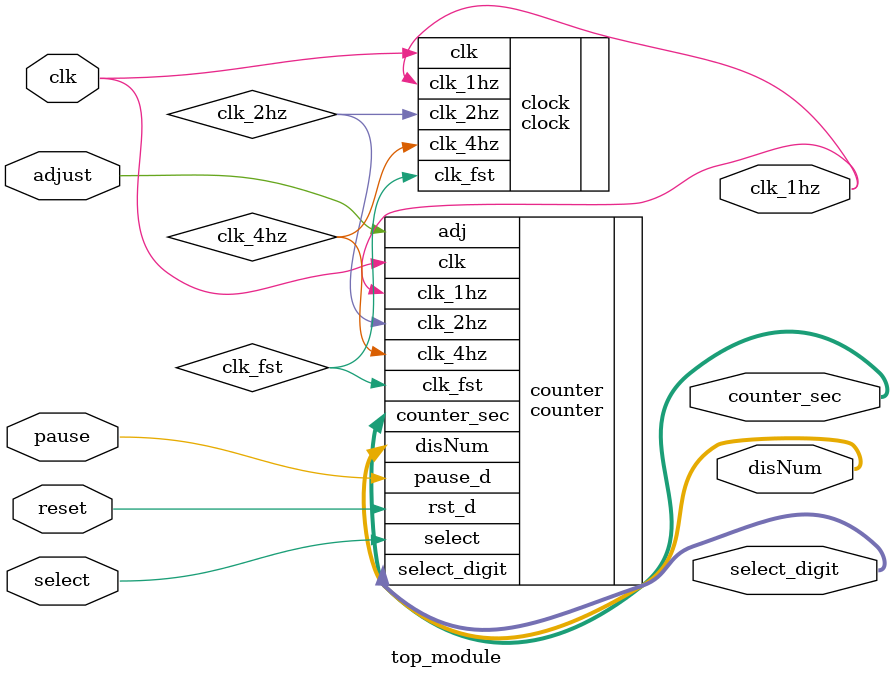
<source format=v>
`timescale 1ns / 1ps
module top_module(
    input pause,
    input reset,
    input select,
    input adjust,
    input clk,
	
	output [6:0] disNum,
	output [3:0] select_digit,
	output [5:0] counter_sec,
	output clk_1hz
    );

//wire clk_1hz;
wire clk_2hz;
wire clk_4hz;
wire clk_fst;


clock clock(
	.clk(clk), 
	.clk_1hz(clk_1hz), 
	.clk_2hz(clk_2hz), 
	.clk_4hz(clk_4hz),
	.clk_fst(clk_fst)
	);
   


counter counter(
	.clk(clk), 
	.clk_1hz(clk_1hz), 
	.clk_2hz(clk_2hz), 
	.clk_fst(clk_fst),
	.clk_4hz(clk_4hz),
	.pause_d(pause), 
	.rst_d(reset), 
	.select(select), 
	.adj(adjust), 
	.disNum(disNum), 
	.select_digit(select_digit),
	.counter_sec(counter_sec));



endmodule

</source>
